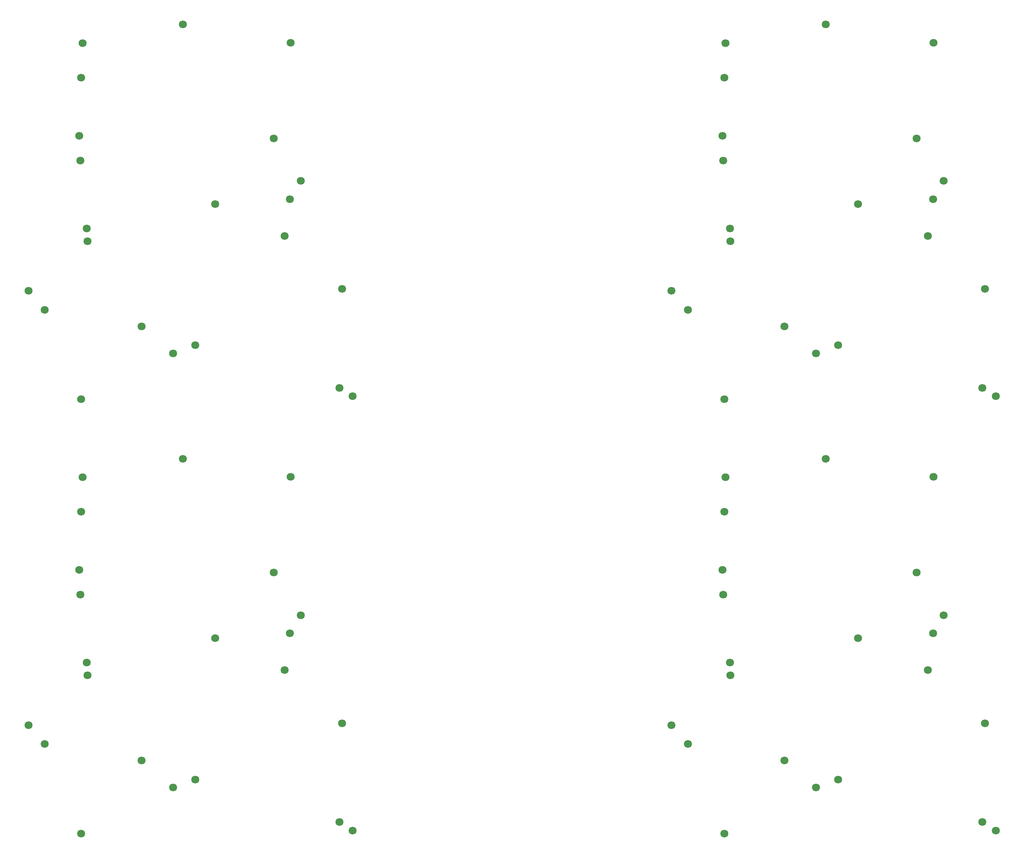
<source format=gbr>
G04 DipTrace 2.4.0.2*
%INTopPaste.gbr*%
%MOIN*%
%ADD25C,0.0709*%
%FSLAX44Y44*%
G04*
G70*
G90*
G75*
G01*
%LNTopPaste*%
%LPD*%
D25*
X41181Y76732D3*
X22520Y66260D3*
X31614Y78346D3*
X22717Y76693D3*
X22598Y73622D3*
X22441Y68465D3*
X23110Y60236D3*
X23150Y59094D3*
X17913Y54685D3*
X19370Y52992D3*
X22598Y45039D3*
X34488Y62402D3*
X39685Y68228D3*
X42087Y64449D3*
X41142Y62835D3*
X40669Y59567D3*
X45748Y54843D3*
X45512Y46063D3*
X46693Y45315D3*
X30748Y49134D3*
X27953Y51535D3*
X32717Y49843D3*
X41181Y38150D3*
X22520Y27677D3*
X31614Y39764D3*
X22717Y38110D3*
X22598Y35039D3*
X22441Y29882D3*
X23110Y21654D3*
X23150Y20512D3*
X17913Y16102D3*
X19370Y14409D3*
X22598Y6457D3*
X34488Y23819D3*
X39685Y29646D3*
X42087Y25866D3*
X41142Y24252D3*
X40669Y20984D3*
X45748Y16260D3*
X45512Y7480D3*
X46693Y6732D3*
X30748Y10551D3*
X27953Y12953D3*
X32717Y11260D3*
X98268Y76732D3*
X79606Y66260D3*
X88701Y78346D3*
X79803Y76693D3*
X79685Y73622D3*
X79528Y68465D3*
X80197Y60236D3*
X80236Y59094D3*
X75000Y54685D3*
X76457Y52992D3*
X79685Y45039D3*
X91575Y62402D3*
X96772Y68228D3*
X99173Y64449D3*
X98228Y62835D3*
X97756Y59567D3*
X102835Y54843D3*
X102598Y46063D3*
X103780Y45315D3*
X87835Y49134D3*
X85039Y51535D3*
X89803Y49843D3*
X98268Y38150D3*
X79606Y27677D3*
X88701Y39764D3*
X79803Y38110D3*
X79685Y35039D3*
X79528Y29882D3*
X80197Y21654D3*
X80236Y20512D3*
X75000Y16102D3*
X76457Y14409D3*
X79685Y6457D3*
X91575Y23819D3*
X96772Y29646D3*
X99173Y25866D3*
X98228Y24252D3*
X97756Y20984D3*
X102835Y16260D3*
X102598Y7480D3*
X103780Y6732D3*
X87835Y10551D3*
X85039Y12953D3*
X89803Y11260D3*
M02*

</source>
